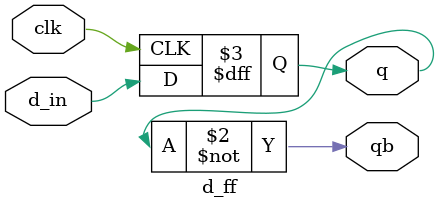
<source format=v>

module d_ff(clk,d_in,q,qb);
	input clk,d_in;
	output reg q;
	output qb;
always@(posedge clk)
	begin
		q <= d_in;
	end
assign qb = ~q;
endmodule
</source>
